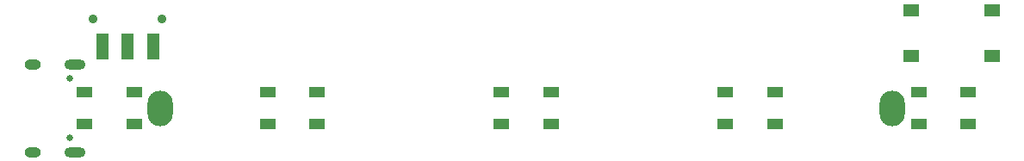
<source format=gbr>
%TF.GenerationSoftware,KiCad,Pcbnew,(6.0.0)*%
%TF.CreationDate,2022-06-19T19:27:42+02:00*%
%TF.ProjectId,PCBv2,50434276-322e-46b6-9963-61645f706362,rev?*%
%TF.SameCoordinates,Original*%
%TF.FileFunction,Soldermask,Top*%
%TF.FilePolarity,Negative*%
%FSLAX46Y46*%
G04 Gerber Fmt 4.6, Leading zero omitted, Abs format (unit mm)*
G04 Created by KiCad (PCBNEW (6.0.0)) date 2022-06-19 19:27:42*
%MOMM*%
%LPD*%
G01*
G04 APERTURE LIST*
%ADD10R,1.500000X1.000000*%
%ADD11R,1.550000X1.300000*%
%ADD12C,0.900000*%
%ADD13R,1.250000X2.500000*%
%ADD14C,0.650000*%
%ADD15O,2.100000X1.000000*%
%ADD16O,1.600000X1.000000*%
%ADD17O,2.500000X3.500000*%
G04 APERTURE END LIST*
D10*
%TO.C,D3*%
X106550000Y-54400000D03*
X106550000Y-57600000D03*
X111450000Y-57600000D03*
X111450000Y-54400000D03*
%TD*%
%TO.C,D2*%
X128550000Y-54400000D03*
X128550000Y-57600000D03*
X133450000Y-57600000D03*
X133450000Y-54400000D03*
%TD*%
%TO.C,D4*%
X83550000Y-54400000D03*
X83550000Y-57600000D03*
X88450000Y-57600000D03*
X88450000Y-54400000D03*
%TD*%
D11*
%TO.C,SW1*%
X154775000Y-50850000D03*
X146825000Y-50850000D03*
X146825000Y-46350000D03*
X154775000Y-46350000D03*
%TD*%
D10*
%TO.C,D1*%
X147550000Y-54400000D03*
X147550000Y-57600000D03*
X152450000Y-57600000D03*
X152450000Y-54400000D03*
%TD*%
%TO.C,D5*%
X65550000Y-54400000D03*
X65550000Y-57600000D03*
X70450000Y-57600000D03*
X70450000Y-54400000D03*
%TD*%
D12*
%TO.C,SW2*%
X66400000Y-47200000D03*
X73200000Y-47200000D03*
D13*
X72300000Y-49950000D03*
X69800000Y-49950000D03*
X67300000Y-49950000D03*
%TD*%
D14*
%TO.C,J1*%
X64100000Y-53110000D03*
X64100000Y-58890000D03*
D15*
X64630000Y-51680000D03*
X64630000Y-60320000D03*
D16*
X60450000Y-51680000D03*
X60450000Y-60320000D03*
%TD*%
D17*
%TO.C,BT1*%
X73000000Y-56000000D03*
X145000000Y-56000000D03*
%TD*%
M02*

</source>
